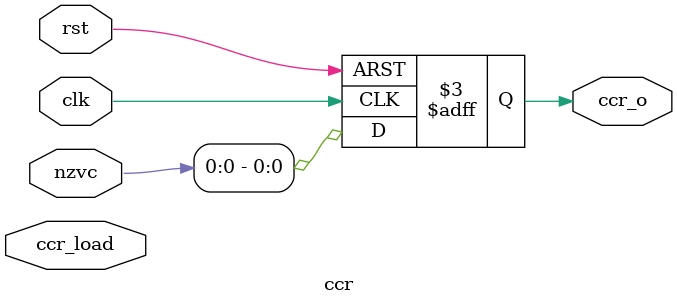
<source format=v>
`timescale 1ns / 1ps

module ccr(
    input wire ccr_load, clk, rst,
    input wire [3:0] nzvc,
    output reg ccr_o
    );

always@(posedge clk, negedge rst)
begin
    if(!rst)
    begin
        ccr_o <= 4'b0000;
    end
    else
    begin
        ccr_o <= nzvc;
    end
end
endmodule
</source>
